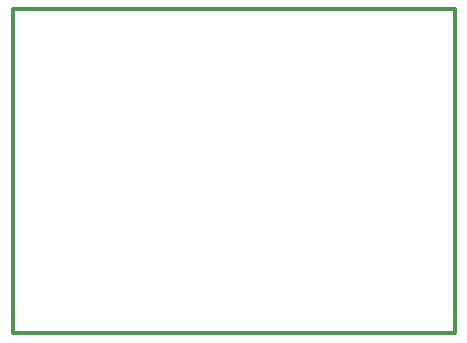
<source format=gko>
%FSLAX44Y44*%
%MOMM*%
G71*
G01*
G75*
G04 Layer_Color=16711935*
%ADD10O,2.2000X0.6000*%
%ADD11R,1.4500X0.5500*%
%ADD12R,1.5000X1.1000*%
%ADD13O,1.5000X0.6000*%
%ADD14R,1.1000X1.5000*%
%ADD15C,0.5000*%
%ADD16C,0.8000*%
%ADD17C,1.0000*%
%ADD18C,0.3000*%
%ADD19R,1.8000X1.8000*%
%ADD20C,1.8000*%
%ADD21P,1.9483X8X292.5*%
D18*
X521000Y775000D02*
Y1049000D01*
X895000D01*
Y775000D02*
Y1049000D01*
X521000Y775000D02*
X895000D01*
M02*

</source>
